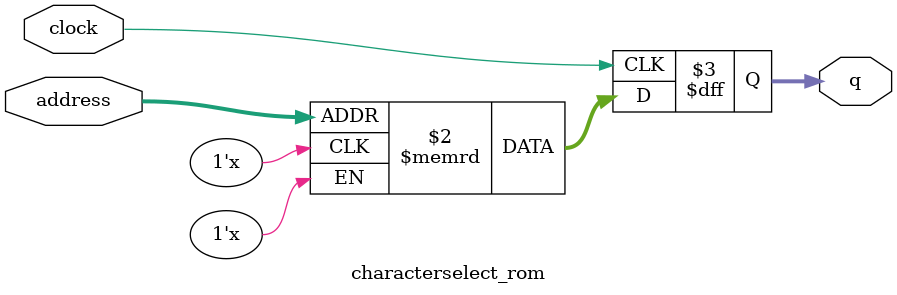
<source format=sv>
module characterselect_rom (
	input logic clock,
	input logic [14:0] address,
	output logic [2:0] q
);

logic [2:0] memory [0:29999] /* synthesis ram_init_file = "./characterselect/characterselect.mif" */;

always_ff @ (posedge clock) begin
	q <= memory[address];
end

endmodule

</source>
